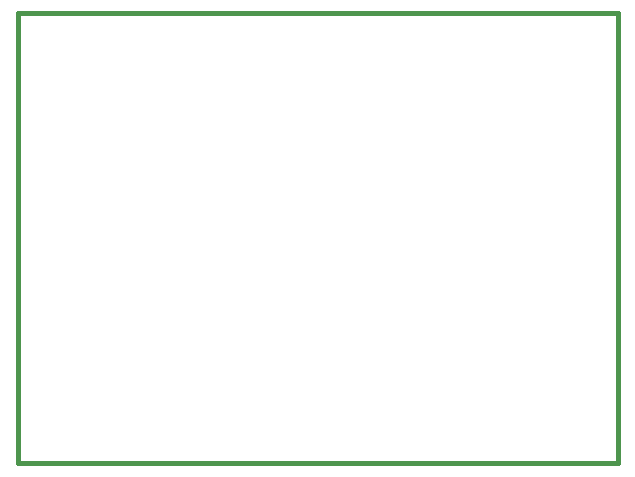
<source format=gbo>
G75*
%MOIN*%
%OFA0B0*%
%FSLAX25Y25*%
%IPPOS*%
%LPD*%
%AMOC8*
5,1,8,0,0,1.08239X$1,22.5*
%
%ADD10C,0.01600*%
%ADD11C,0.00000*%
D10*
X0167772Y0112602D02*
X0367772Y0112602D01*
X0367772Y0262602D01*
X0167772Y0262602D01*
X0167772Y0112602D01*
D11*
X0167772Y0168102D02*
X0167772Y0212102D01*
X0245772Y0112602D02*
X0289772Y0112602D01*
X0367772Y0168102D02*
X0367772Y0212102D01*
M02*

</source>
